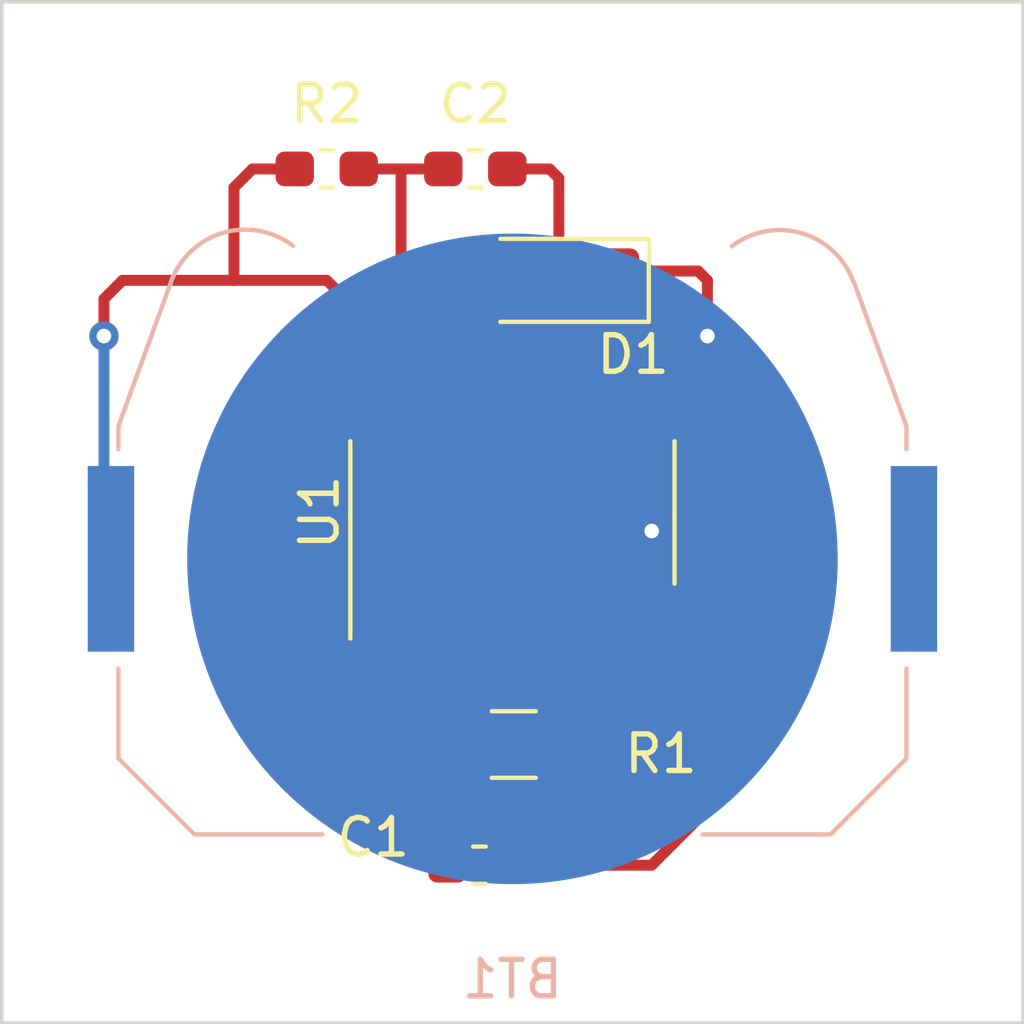
<source format=kicad_pcb>
(kicad_pcb (version 20171130) (host pcbnew 5.0.2-bee76a0~70~ubuntu18.04.1)

  (general
    (thickness 1.6)
    (drawings 4)
    (tracks 69)
    (zones 0)
    (modules 7)
    (nets 9)
  )

  (page A4)
  (layers
    (0 F.Cu signal)
    (31 B.Cu signal)
    (32 B.Adhes user hide)
    (33 F.Adhes user)
    (34 B.Paste user hide)
    (35 F.Paste user)
    (36 B.SilkS user)
    (37 F.SilkS user)
    (38 B.Mask user hide)
    (39 F.Mask user)
    (40 Dwgs.User user)
    (41 Cmts.User user)
    (42 Eco1.User user)
    (43 Eco2.User user)
    (44 Edge.Cuts user)
    (45 Margin user)
    (46 B.CrtYd user)
    (47 F.CrtYd user)
    (48 B.Fab user)
    (49 F.Fab user)
  )

  (setup
    (last_trace_width 0.3)
    (trace_clearance 0.2)
    (zone_clearance 0.508)
    (zone_45_only no)
    (trace_min 0.2)
    (segment_width 0.2)
    (edge_width 0.1)
    (via_size 0.8)
    (via_drill 0.4)
    (via_min_size 0.4)
    (via_min_drill 0.3)
    (uvia_size 0.3)
    (uvia_drill 0.1)
    (uvias_allowed no)
    (uvia_min_size 0.2)
    (uvia_min_drill 0.1)
    (pcb_text_width 0.3)
    (pcb_text_size 1.5 1.5)
    (mod_edge_width 0.15)
    (mod_text_size 1 1)
    (mod_text_width 0.15)
    (pad_size 5 5)
    (pad_drill 5)
    (pad_to_mask_clearance 0)
    (solder_mask_min_width 0.25)
    (aux_axis_origin 0 0)
    (visible_elements FFFFFF7F)
    (pcbplotparams
      (layerselection 0x010f0_ffffffff)
      (usegerberextensions true)
      (usegerberattributes false)
      (usegerberadvancedattributes false)
      (creategerberjobfile false)
      (excludeedgelayer true)
      (linewidth 0.100000)
      (plotframeref false)
      (viasonmask false)
      (mode 1)
      (useauxorigin false)
      (hpglpennumber 1)
      (hpglpenspeed 20)
      (hpglpendiameter 15.000000)
      (psnegative false)
      (psa4output false)
      (plotreference true)
      (plotvalue true)
      (plotinvisibletext false)
      (padsonsilk false)
      (subtractmaskfromsilk false)
      (outputformat 1)
      (mirror false)
      (drillshape 0)
      (scaleselection 1)
      (outputdirectory "gerbers/"))
  )

  (net 0 "")
  (net 1 "Net-(BT1-Pad1)")
  (net 2 "Net-(BT1-Pad2)")
  (net 3 "Net-(C1-Pad1)")
  (net 4 "Net-(C1-Pad2)")
  (net 5 "Net-(C2-Pad2)")
  (net 6 "Net-(C2-Pad1)")
  (net 7 "Net-(D1-Pad2)")
  (net 8 "Net-(R1-Pad2)")

  (net_class Default "This is the default net class."
    (clearance 0.2)
    (trace_width 0.3)
    (via_dia 0.8)
    (via_drill 0.4)
    (uvia_dia 0.3)
    (uvia_drill 0.1)
  )

  (net_class me ""
    (clearance 0.2)
    (trace_width 0.3)
    (via_dia 0.8)
    (via_drill 0.4)
    (uvia_dia 0.3)
    (uvia_drill 0.1)
    (add_net "Net-(BT1-Pad1)")
    (add_net "Net-(BT1-Pad2)")
    (add_net "Net-(C1-Pad1)")
    (add_net "Net-(C1-Pad2)")
    (add_net "Net-(C2-Pad1)")
    (add_net "Net-(C2-Pad2)")
    (add_net "Net-(D1-Pad2)")
    (add_net "Net-(R1-Pad2)")
  )

  (module Battery:BatteryHolder_Keystone_3034_1x20mm (layer B.Cu) (tedit 5D9CBF18) (tstamp 5F2E2FE4)
    (at 161.29 93.98)
    (descr "Keystone 3034 SMD battery holder for 2020, 2025 and 2032 coincell batteries. http://www.keyelco.com/product-pdf.cfm?p=798")
    (tags "Keystone type 3034 coin cell retainer")
    (path /5F20748B)
    (attr smd)
    (fp_text reference BT1 (at 0 11.5) (layer B.SilkS)
      (effects (font (size 1 1) (thickness 0.15)) (justify mirror))
    )
    (fp_text value Battery (at 0 -11.5) (layer B.Fab)
      (effects (font (size 1 1) (thickness 0.15)) (justify mirror))
    )
    (fp_line (start 8.7 7.54) (end 5.2 7.54) (layer B.SilkS) (width 0.12))
    (fp_line (start 11.87 -2.79) (end 11.87 2.79) (layer B.CrtYd) (width 0.05))
    (fp_line (start 10.88 -2.79) (end 11.87 -2.79) (layer B.CrtYd) (width 0.05))
    (fp_line (start 10.88 -3.64) (end 10.88 -2.79) (layer B.CrtYd) (width 0.05))
    (fp_line (start 9.43 -7.63) (end 10.88 -3.64) (layer B.CrtYd) (width 0.05))
    (fp_arc (start 7.31 -6.85) (end 5.96 -8.64) (angle 106.9) (layer B.CrtYd) (width 0.05))
    (fp_arc (start 0 0) (end -5.96 -8.64) (angle 69.1) (layer B.CrtYd) (width 0.05))
    (fp_arc (start -7.31 -6.85) (end -9.43 -7.62) (angle 106.9) (layer B.CrtYd) (width 0.05))
    (fp_line (start -10.88 -3.64) (end -9.44 -7.62) (layer B.CrtYd) (width 0.05))
    (fp_line (start -10.88 -2.79) (end -10.88 -3.64) (layer B.CrtYd) (width 0.05))
    (fp_line (start -11.87 -2.79) (end -10.88 -2.79) (layer B.CrtYd) (width 0.05))
    (fp_line (start -11.87 2.79) (end -11.87 -2.79) (layer B.CrtYd) (width 0.05))
    (fp_line (start -10.88 2.79) (end -11.87 2.79) (layer B.CrtYd) (width 0.05))
    (fp_line (start -10.88 5.5) (end -10.88 2.79) (layer B.CrtYd) (width 0.05))
    (fp_line (start -8.74 7.64) (end -10.88 5.5) (layer B.CrtYd) (width 0.05))
    (fp_line (start -7.2 7.64) (end -8.74 7.64) (layer B.CrtYd) (width 0.05))
    (fp_arc (start 0 0) (end 7.2 7.64) (angle 86.6) (layer B.CrtYd) (width 0.05))
    (fp_line (start 8.74 7.64) (end 7.2 7.64) (layer B.CrtYd) (width 0.05))
    (fp_line (start 10.88 5.5) (end 8.74 7.64) (layer B.CrtYd) (width 0.05))
    (fp_line (start 10.88 2.79) (end 10.88 5.5) (layer B.CrtYd) (width 0.05))
    (fp_line (start 11.87 2.79) (end 10.88 2.79) (layer B.CrtYd) (width 0.05))
    (fp_arc (start -7.31 -6.85) (end -9.19 -7.53) (angle 107.5) (layer B.Fab) (width 0.1))
    (fp_arc (start 0 -16.36) (end 6.1 -8.43) (angle 75.1) (layer B.Fab) (width 0.1))
    (fp_arc (start 7.31 -6.85) (end 6.1 -8.43) (angle 107.5) (layer B.Fab) (width 0.1))
    (fp_line (start 10.63 -3.6) (end 9.19 -7.53) (layer B.Fab) (width 0.1))
    (fp_line (start 10.63 5.4) (end 10.63 -3.6) (layer B.Fab) (width 0.1))
    (fp_line (start 8.64 7.39) (end 10.63 5.4) (layer B.Fab) (width 0.1))
    (fp_line (start -8.64 7.39) (end 8.64 7.39) (layer B.Fab) (width 0.1))
    (fp_line (start -10.63 5.4) (end -8.64 7.39) (layer B.Fab) (width 0.1))
    (fp_line (start -10.63 -3.6) (end -10.63 5.4) (layer B.Fab) (width 0.1))
    (fp_line (start -9.19 -7.53) (end -10.63 -3.6) (layer B.Fab) (width 0.1))
    (fp_line (start 10.78 -3) (end 10.78 -3.63) (layer B.SilkS) (width 0.12))
    (fp_line (start 10.78 5.46) (end 10.78 3) (layer B.SilkS) (width 0.12))
    (fp_line (start -10.78 -3) (end -10.78 -3.63) (layer B.SilkS) (width 0.12))
    (fp_line (start -10.78 5.46) (end -10.78 3) (layer B.SilkS) (width 0.12))
    (fp_arc (start 7.31 -6.85) (end 6 -8.55) (angle 107.5) (layer B.SilkS) (width 0.12))
    (fp_line (start 10.78 -3.63) (end 9.34 -7.58) (layer B.SilkS) (width 0.12))
    (fp_line (start 8.7 7.54) (end 10.78 5.46) (layer B.SilkS) (width 0.12))
    (fp_line (start -5.2 7.54) (end -8.7 7.54) (layer B.SilkS) (width 0.12))
    (fp_line (start -8.7 7.54) (end -10.78 5.46) (layer B.SilkS) (width 0.12))
    (fp_line (start -10.78 -3.63) (end -9.34 -7.58) (layer B.SilkS) (width 0.12))
    (fp_arc (start -7.31 -6.85) (end -9.34 -7.58) (angle 107.5) (layer B.SilkS) (width 0.12))
    (fp_circle (center 0 0) (end 0 -10.25) (layer Dwgs.User) (width 0.15))
    (fp_text user %R (at 0 2.9) (layer B.Fab)
      (effects (font (size 1 1) (thickness 0.15)) (justify mirror))
    )
    (pad 1 smd rect (at -10.985 0) (size 1.27 5.08) (layers B.Cu B.Paste B.Mask)
      (net 1 "Net-(BT1-Pad1)"))
    (pad 1 smd rect (at 10.985 0) (size 1.27 5.08) (layers B.Cu B.Paste B.Mask)
      (net 1 "Net-(BT1-Pad1)"))
    (pad 2 smd circle (at 0 0) (size 17.8 17.8) (layers B.Cu B.Mask)
      (net 2 "Net-(BT1-Pad2)"))
    (model ${KISYS3DMOD}/Battery.3dshapes/BatteryHolder_Keystone_3034_1x20mm.wrl
      (at (xyz 0 0 0))
      (scale (xyz 1 1 1))
      (rotate (xyz 0 0 0))
    )
  )

  (module LED_SMD:LED_1206_3216Metric_Pad1.42x1.75mm_HandSolder (layer F.Cu) (tedit 5B4B45C9) (tstamp 5F2E301C)
    (at 162.56 86.36 180)
    (descr "LED SMD 1206 (3216 Metric), square (rectangular) end terminal, IPC_7351 nominal, (Body size source: http://www.tortai-tech.com/upload/download/2011102023233369053.pdf), generated with kicad-footprint-generator")
    (tags "LED handsolder")
    (path /5F20739C)
    (attr smd)
    (fp_text reference D1 (at -2.032 -2.032 180) (layer F.SilkS)
      (effects (font (size 1 1) (thickness 0.15)))
    )
    (fp_text value LED (at -7.62 0 180) (layer F.Fab)
      (effects (font (size 1 1) (thickness 0.15)))
    )
    (fp_text user %R (at 0 0 180) (layer F.Fab)
      (effects (font (size 0.8 0.8) (thickness 0.12)))
    )
    (fp_line (start 2.45 1.12) (end -2.45 1.12) (layer F.CrtYd) (width 0.05))
    (fp_line (start 2.45 -1.12) (end 2.45 1.12) (layer F.CrtYd) (width 0.05))
    (fp_line (start -2.45 -1.12) (end 2.45 -1.12) (layer F.CrtYd) (width 0.05))
    (fp_line (start -2.45 1.12) (end -2.45 -1.12) (layer F.CrtYd) (width 0.05))
    (fp_line (start -2.46 1.135) (end 1.6 1.135) (layer F.SilkS) (width 0.12))
    (fp_line (start -2.46 -1.135) (end -2.46 1.135) (layer F.SilkS) (width 0.12))
    (fp_line (start 1.6 -1.135) (end -2.46 -1.135) (layer F.SilkS) (width 0.12))
    (fp_line (start 1.6 0.8) (end 1.6 -0.8) (layer F.Fab) (width 0.1))
    (fp_line (start -1.6 0.8) (end 1.6 0.8) (layer F.Fab) (width 0.1))
    (fp_line (start -1.6 -0.4) (end -1.6 0.8) (layer F.Fab) (width 0.1))
    (fp_line (start -1.2 -0.8) (end -1.6 -0.4) (layer F.Fab) (width 0.1))
    (fp_line (start 1.6 -0.8) (end -1.2 -0.8) (layer F.Fab) (width 0.1))
    (pad 2 smd roundrect (at 1.4875 0 180) (size 1.425 1.75) (layers F.Cu F.Paste F.Mask) (roundrect_rratio 0.175439)
      (net 7 "Net-(D1-Pad2)"))
    (pad 1 smd roundrect (at -1.4875 0 180) (size 1.425 1.75) (layers F.Cu F.Paste F.Mask) (roundrect_rratio 0.175439)
      (net 2 "Net-(BT1-Pad2)"))
    (model ${KISYS3DMOD}/LED_SMD.3dshapes/LED_1206_3216Metric.wrl
      (at (xyz 0 0 0))
      (scale (xyz 1 1 1))
      (rotate (xyz 0 0 0))
    )
  )

  (module Resistor_SMD:R_1206_3216Metric_Pad1.42x1.75mm_HandSolder (layer F.Cu) (tedit 5B301BBD) (tstamp 5F2E302D)
    (at 161.3265 99.06)
    (descr "Resistor SMD 1206 (3216 Metric), square (rectangular) end terminal, IPC_7351 nominal with elongated pad for handsoldering. (Body size source: http://www.tortai-tech.com/upload/download/2011102023233369053.pdf), generated with kicad-footprint-generator")
    (tags "resistor handsolder")
    (path /5F207208)
    (attr smd)
    (fp_text reference R1 (at 4.0275 0.254) (layer F.SilkS)
      (effects (font (size 1 1) (thickness 0.15)))
    )
    (fp_text value 4.4m (at -5.1165 0) (layer F.Fab)
      (effects (font (size 1 1) (thickness 0.15)))
    )
    (fp_text user %R (at 0 0) (layer F.Fab)
      (effects (font (size 0.8 0.8) (thickness 0.12)))
    )
    (fp_line (start 2.45 1.12) (end -2.45 1.12) (layer F.CrtYd) (width 0.05))
    (fp_line (start 2.45 -1.12) (end 2.45 1.12) (layer F.CrtYd) (width 0.05))
    (fp_line (start -2.45 -1.12) (end 2.45 -1.12) (layer F.CrtYd) (width 0.05))
    (fp_line (start -2.45 1.12) (end -2.45 -1.12) (layer F.CrtYd) (width 0.05))
    (fp_line (start -0.602064 0.91) (end 0.602064 0.91) (layer F.SilkS) (width 0.12))
    (fp_line (start -0.602064 -0.91) (end 0.602064 -0.91) (layer F.SilkS) (width 0.12))
    (fp_line (start 1.6 0.8) (end -1.6 0.8) (layer F.Fab) (width 0.1))
    (fp_line (start 1.6 -0.8) (end 1.6 0.8) (layer F.Fab) (width 0.1))
    (fp_line (start -1.6 -0.8) (end 1.6 -0.8) (layer F.Fab) (width 0.1))
    (fp_line (start -1.6 0.8) (end -1.6 -0.8) (layer F.Fab) (width 0.1))
    (pad 2 smd roundrect (at 1.4875 0) (size 1.425 1.75) (layers F.Cu F.Paste F.Mask) (roundrect_rratio 0.175439)
      (net 8 "Net-(R1-Pad2)"))
    (pad 1 smd roundrect (at -1.4875 0) (size 1.425 1.75) (layers F.Cu F.Paste F.Mask) (roundrect_rratio 0.175439)
      (net 4 "Net-(C1-Pad2)"))
    (model ${KISYS3DMOD}/Resistor_SMD.3dshapes/R_1206_3216Metric.wrl
      (at (xyz 0 0 0))
      (scale (xyz 1 1 1))
      (rotate (xyz 0 0 0))
    )
  )

  (module Capacitor_SMD:C_0603_1608Metric_Pad1.05x0.95mm_HandSolder (layer F.Cu) (tedit 5B301BBE) (tstamp 5F2E3D4A)
    (at 160.387 102.362 180)
    (descr "Capacitor SMD 0603 (1608 Metric), square (rectangular) end terminal, IPC_7351 nominal with elongated pad for handsoldering. (Body size source: http://www.tortai-tech.com/upload/download/2011102023233369053.pdf), generated with kicad-footprint-generator")
    (tags "capacitor handsolder")
    (path /5F206FFB)
    (attr smd)
    (fp_text reference C1 (at 2.907 0.762 180) (layer F.SilkS)
      (effects (font (size 1 1) (thickness 0.15)))
    )
    (fp_text value 0.2uF (at -0.141 -3.048 180) (layer F.Fab)
      (effects (font (size 1 1) (thickness 0.15)))
    )
    (fp_line (start -0.8 0.4) (end -0.8 -0.4) (layer F.Fab) (width 0.1))
    (fp_line (start -0.8 -0.4) (end 0.8 -0.4) (layer F.Fab) (width 0.1))
    (fp_line (start 0.8 -0.4) (end 0.8 0.4) (layer F.Fab) (width 0.1))
    (fp_line (start 0.8 0.4) (end -0.8 0.4) (layer F.Fab) (width 0.1))
    (fp_line (start -0.171267 -0.51) (end 0.171267 -0.51) (layer F.SilkS) (width 0.12))
    (fp_line (start -0.171267 0.51) (end 0.171267 0.51) (layer F.SilkS) (width 0.12))
    (fp_line (start -1.65 0.73) (end -1.65 -0.73) (layer F.CrtYd) (width 0.05))
    (fp_line (start -1.65 -0.73) (end 1.65 -0.73) (layer F.CrtYd) (width 0.05))
    (fp_line (start 1.65 -0.73) (end 1.65 0.73) (layer F.CrtYd) (width 0.05))
    (fp_line (start 1.65 0.73) (end -1.65 0.73) (layer F.CrtYd) (width 0.05))
    (fp_text user %R (at 0 0 180) (layer F.Fab)
      (effects (font (size 0.4 0.4) (thickness 0.06)))
    )
    (pad 1 smd roundrect (at -0.875 0 180) (size 1.05 0.95) (layers F.Cu F.Paste F.Mask) (roundrect_rratio 0.25)
      (net 3 "Net-(C1-Pad1)"))
    (pad 2 smd roundrect (at 0.875 0 180) (size 1.05 0.95) (layers F.Cu F.Paste F.Mask) (roundrect_rratio 0.25)
      (net 4 "Net-(C1-Pad2)"))
    (model ${KISYS3DMOD}/Capacitor_SMD.3dshapes/C_0603_1608Metric.wrl
      (at (xyz 0 0 0))
      (scale (xyz 1 1 1))
      (rotate (xyz 0 0 0))
    )
  )

  (module Capacitor_SMD:C_0603_1608Metric_Pad1.05x0.95mm_HandSolder (layer F.Cu) (tedit 5B301BBE) (tstamp 5F2187D2)
    (at 160.274 83.312 180)
    (descr "Capacitor SMD 0603 (1608 Metric), square (rectangular) end terminal, IPC_7351 nominal with elongated pad for handsoldering. (Body size source: http://www.tortai-tech.com/upload/download/2011102023233369053.pdf), generated with kicad-footprint-generator")
    (tags "capacitor handsolder")
    (path /5F2070BF)
    (attr smd)
    (fp_text reference C2 (at 0 1.778 180) (layer F.SilkS)
      (effects (font (size 1 1) (thickness 0.15)))
    )
    (fp_text value 0.01uF (at -5.842 0 180) (layer F.Fab)
      (effects (font (size 1 1) (thickness 0.15)))
    )
    (fp_text user %R (at 0 0 180) (layer F.Fab)
      (effects (font (size 0.4 0.4) (thickness 0.06)))
    )
    (fp_line (start 1.65 0.73) (end -1.65 0.73) (layer F.CrtYd) (width 0.05))
    (fp_line (start 1.65 -0.73) (end 1.65 0.73) (layer F.CrtYd) (width 0.05))
    (fp_line (start -1.65 -0.73) (end 1.65 -0.73) (layer F.CrtYd) (width 0.05))
    (fp_line (start -1.65 0.73) (end -1.65 -0.73) (layer F.CrtYd) (width 0.05))
    (fp_line (start -0.171267 0.51) (end 0.171267 0.51) (layer F.SilkS) (width 0.12))
    (fp_line (start -0.171267 -0.51) (end 0.171267 -0.51) (layer F.SilkS) (width 0.12))
    (fp_line (start 0.8 0.4) (end -0.8 0.4) (layer F.Fab) (width 0.1))
    (fp_line (start 0.8 -0.4) (end 0.8 0.4) (layer F.Fab) (width 0.1))
    (fp_line (start -0.8 -0.4) (end 0.8 -0.4) (layer F.Fab) (width 0.1))
    (fp_line (start -0.8 0.4) (end -0.8 -0.4) (layer F.Fab) (width 0.1))
    (pad 2 smd roundrect (at 0.875 0 180) (size 1.05 0.95) (layers F.Cu F.Paste F.Mask) (roundrect_rratio 0.25)
      (net 5 "Net-(C2-Pad2)"))
    (pad 1 smd roundrect (at -0.875 0 180) (size 1.05 0.95) (layers F.Cu F.Paste F.Mask) (roundrect_rratio 0.25)
      (net 6 "Net-(C2-Pad1)"))
    (model ${KISYS3DMOD}/Capacitor_SMD.3dshapes/C_0603_1608Metric.wrl
      (at (xyz 0 0 0))
      (scale (xyz 1 1 1))
      (rotate (xyz 0 0 0))
    )
  )

  (module Resistor_SMD:R_0603_1608Metric_Pad1.05x0.95mm_HandSolder (layer F.Cu) (tedit 5B301BBD) (tstamp 5F2E4FB3)
    (at 156.21 83.312 180)
    (descr "Resistor SMD 0603 (1608 Metric), square (rectangular) end terminal, IPC_7351 nominal with elongated pad for handsoldering. (Body size source: http://www.tortai-tech.com/upload/download/2011102023233369053.pdf), generated with kicad-footprint-generator")
    (tags "resistor handsolder")
    (path /5F2072BA)
    (attr smd)
    (fp_text reference R2 (at 0 1.778 180) (layer F.SilkS)
      (effects (font (size 1 1) (thickness 0.15)))
    )
    (fp_text value 2.2m (at 4.826 0 180) (layer F.Fab)
      (effects (font (size 1 1) (thickness 0.15)))
    )
    (fp_text user %R (at 0 0 180) (layer F.Fab)
      (effects (font (size 0.4 0.4) (thickness 0.06)))
    )
    (fp_line (start 1.65 0.73) (end -1.65 0.73) (layer F.CrtYd) (width 0.05))
    (fp_line (start 1.65 -0.73) (end 1.65 0.73) (layer F.CrtYd) (width 0.05))
    (fp_line (start -1.65 -0.73) (end 1.65 -0.73) (layer F.CrtYd) (width 0.05))
    (fp_line (start -1.65 0.73) (end -1.65 -0.73) (layer F.CrtYd) (width 0.05))
    (fp_line (start -0.171267 0.51) (end 0.171267 0.51) (layer F.SilkS) (width 0.12))
    (fp_line (start -0.171267 -0.51) (end 0.171267 -0.51) (layer F.SilkS) (width 0.12))
    (fp_line (start 0.8 0.4) (end -0.8 0.4) (layer F.Fab) (width 0.1))
    (fp_line (start 0.8 -0.4) (end 0.8 0.4) (layer F.Fab) (width 0.1))
    (fp_line (start -0.8 -0.4) (end 0.8 -0.4) (layer F.Fab) (width 0.1))
    (fp_line (start -0.8 0.4) (end -0.8 -0.4) (layer F.Fab) (width 0.1))
    (pad 2 smd roundrect (at 0.875 0 180) (size 1.05 0.95) (layers F.Cu F.Paste F.Mask) (roundrect_rratio 0.25)
      (net 1 "Net-(BT1-Pad1)"))
    (pad 1 smd roundrect (at -0.875 0 180) (size 1.05 0.95) (layers F.Cu F.Paste F.Mask) (roundrect_rratio 0.25)
      (net 5 "Net-(C2-Pad2)"))
    (model ${KISYS3DMOD}/Resistor_SMD.3dshapes/R_0603_1608Metric.wrl
      (at (xyz 0 0 0))
      (scale (xyz 1 1 1))
      (rotate (xyz 0 0 0))
    )
  )

  (module Package_SO:SOIC-14_3.9x8.7mm_P1.27mm (layer F.Cu) (tedit 5D9F72B1) (tstamp 5F2E305E)
    (at 161.29 92.71 90)
    (descr "SOIC, 14 Pin (JEDEC MS-012AB, https://www.analog.com/media/en/package-pcb-resources/package/pkg_pdf/soic_narrow-r/r_14.pdf), generated with kicad-footprint-generator ipc_gullwing_generator.py")
    (tags "SOIC SO")
    (path /5F206C8A)
    (attr smd)
    (fp_text reference U1 (at 0 -5.28 90) (layer F.SilkS)
      (effects (font (size 1 1) (thickness 0.15)))
    )
    (fp_text value 4001 (at 0 5.28 90) (layer F.Fab)
      (effects (font (size 1 1) (thickness 0.15)))
    )
    (fp_line (start 0 4.435) (end 1.95 4.435) (layer F.SilkS) (width 0.12))
    (fp_line (start 0 4.435) (end -1.95 4.435) (layer F.SilkS) (width 0.12))
    (fp_line (start 0 -4.435) (end 1.95 -4.435) (layer F.SilkS) (width 0.12))
    (fp_line (start 0 -4.435) (end -3.45 -4.435) (layer F.SilkS) (width 0.12))
    (fp_line (start -0.975 -4.325) (end 1.95 -4.325) (layer F.Fab) (width 0.1))
    (fp_line (start 1.95 -4.325) (end 1.95 4.325) (layer F.Fab) (width 0.1))
    (fp_line (start 1.95 4.325) (end -1.95 4.325) (layer F.Fab) (width 0.1))
    (fp_line (start -1.95 4.325) (end -1.95 -3.35) (layer F.Fab) (width 0.1))
    (fp_line (start -1.95 -3.35) (end -0.975 -4.325) (layer F.Fab) (width 0.1))
    (fp_line (start -3.7 -4.58) (end -3.7 4.58) (layer F.CrtYd) (width 0.05))
    (fp_line (start -3.7 4.58) (end 3.7 4.58) (layer F.CrtYd) (width 0.05))
    (fp_line (start 3.7 4.58) (end 3.7 -4.58) (layer F.CrtYd) (width 0.05))
    (fp_line (start 3.7 -4.58) (end -3.7 -4.58) (layer F.CrtYd) (width 0.05))
    (fp_text user %R (at 0 0 90) (layer F.Fab)
      (effects (font (size 0.98 0.98) (thickness 0.15)))
    )
    (pad 1 smd roundrect (at -2.475 -3.81 90) (size 1.95 0.6) (layers F.Cu F.Paste F.Mask) (roundrect_rratio 0.25)
      (net 4 "Net-(C1-Pad2)"))
    (pad 2 smd roundrect (at -2.475 -2.54 90) (size 1.95 0.6) (layers F.Cu F.Paste F.Mask) (roundrect_rratio 0.25)
      (net 4 "Net-(C1-Pad2)"))
    (pad 3 smd roundrect (at -2.475 -1.27 90) (size 1.95 0.6) (layers F.Cu F.Paste F.Mask) (roundrect_rratio 0.25)
      (net 8 "Net-(R1-Pad2)"))
    (pad 4 smd roundrect (at -2.475 0 90) (size 1.95 0.6) (layers F.Cu F.Paste F.Mask) (roundrect_rratio 0.25)
      (net 3 "Net-(C1-Pad1)"))
    (pad 5 smd roundrect (at -2.475 1.27 90) (size 1.95 0.6) (layers F.Cu F.Paste F.Mask) (roundrect_rratio 0.25)
      (net 8 "Net-(R1-Pad2)"))
    (pad 6 smd roundrect (at -2.475 2.54 90) (size 1.95 0.6) (layers F.Cu F.Paste F.Mask) (roundrect_rratio 0.25)
      (net 8 "Net-(R1-Pad2)"))
    (pad 7 smd roundrect (at -2.475 3.81 90) (size 1.95 0.6) (layers F.Cu F.Paste F.Mask) (roundrect_rratio 0.25)
      (net 2 "Net-(BT1-Pad2)"))
    (pad 8 smd roundrect (at 2.475 3.81 90) (size 1.95 0.6) (layers F.Cu F.Paste F.Mask) (roundrect_rratio 0.25)
      (net 3 "Net-(C1-Pad1)"))
    (pad 9 smd roundrect (at 2.475 2.54 90) (size 1.95 0.6) (layers F.Cu F.Paste F.Mask) (roundrect_rratio 0.25)
      (net 7 "Net-(D1-Pad2)"))
    (pad 10 smd roundrect (at 2.475 1.27 90) (size 1.95 0.6) (layers F.Cu F.Paste F.Mask) (roundrect_rratio 0.25)
      (net 6 "Net-(C2-Pad1)"))
    (pad 11 smd roundrect (at 2.475 0 90) (size 1.95 0.6) (layers F.Cu F.Paste F.Mask) (roundrect_rratio 0.25)
      (net 7 "Net-(D1-Pad2)"))
    (pad 12 smd roundrect (at 2.475 -1.27 90) (size 1.95 0.6) (layers F.Cu F.Paste F.Mask) (roundrect_rratio 0.25)
      (net 5 "Net-(C2-Pad2)"))
    (pad 13 smd roundrect (at 2.475 -2.54 90) (size 1.95 0.6) (layers F.Cu F.Paste F.Mask) (roundrect_rratio 0.25)
      (net 5 "Net-(C2-Pad2)"))
    (pad 14 smd roundrect (at 2.475 -3.81 90) (size 1.95 0.6) (layers F.Cu F.Paste F.Mask) (roundrect_rratio 0.25)
      (net 1 "Net-(BT1-Pad1)"))
    (model ${KISYS3DMOD}/Package_SO.3dshapes/SOIC-14_3.9x8.7mm_P1.27mm.wrl
      (at (xyz 0 0 0))
      (scale (xyz 1 1 1))
      (rotate (xyz 0 0 0))
    )
  )

  (gr_line (start 175.26 106.68) (end 147.32 106.68) (layer Edge.Cuts) (width 0.1))
  (gr_line (start 175.26 78.74) (end 175.26 106.68) (layer Edge.Cuts) (width 0.1))
  (gr_line (start 147.32 78.74) (end 175.26 78.74) (layer Edge.Cuts) (width 0.1))
  (gr_line (start 147.32 106.68) (end 147.32 78.74) (layer Edge.Cuts) (width 0.1))

  (segment (start 157.48 90.235) (end 157.48 87.63) (width 0.3) (layer F.Cu) (net 1))
  (segment (start 157.48 87.63) (end 156.21 86.36) (width 0.3) (layer F.Cu) (net 1))
  (via (at 150.114 87.884) (size 0.8) (drill 0.4) (layers F.Cu B.Cu) (net 1))
  (segment (start 155.335 83.312) (end 154.178 83.312) (width 0.3) (layer F.Cu) (net 1))
  (segment (start 154.178 83.312) (end 153.67 83.82) (width 0.3) (layer F.Cu) (net 1))
  (segment (start 153.67 83.82) (end 153.67 86.36) (width 0.3) (layer F.Cu) (net 1))
  (segment (start 156.21 86.36) (end 153.67 86.36) (width 0.3) (layer F.Cu) (net 1))
  (segment (start 150.114 86.868) (end 150.114 87.884) (width 0.3) (layer F.Cu) (net 1))
  (segment (start 153.67 86.36) (end 150.622 86.36) (width 0.3) (layer F.Cu) (net 1))
  (segment (start 150.622 86.36) (end 150.114 86.868) (width 0.3) (layer F.Cu) (net 1))
  (segment (start 150.114 93.789) (end 150.305 93.98) (width 0.3) (layer B.Cu) (net 1))
  (segment (start 150.114 87.884) (end 150.114 93.789) (width 0.3) (layer B.Cu) (net 1))
  (segment (start 165.1 95.185) (end 165.1 93.218) (width 0.3) (layer F.Cu) (net 2))
  (via (at 165.1 93.218) (size 0.8) (drill 0.4) (layers F.Cu B.Cu) (net 2))
  (segment (start 164.338 93.98) (end 165.1 93.218) (width 0.3) (layer B.Cu) (net 2))
  (segment (start 161.29 93.98) (end 164.338 93.98) (width 0.3) (layer B.Cu) (net 2))
  (segment (start 166.624 86.36) (end 166.624 87.884) (width 0.3) (layer F.Cu) (net 2))
  (via (at 166.624 87.884) (size 0.8) (drill 0.4) (layers F.Cu B.Cu) (net 2))
  (segment (start 166.37 86.106) (end 166.624 86.36) (width 0.3) (layer F.Cu) (net 2))
  (segment (start 166.116 86.106) (end 166.37 86.106) (width 0.3) (layer F.Cu) (net 2))
  (segment (start 166.116 86.106) (end 166.365 86.106) (width 0.3) (layer F.Cu) (net 2))
  (segment (start 165.354 86.106) (end 166.116 86.106) (width 0.3) (layer F.Cu) (net 2))
  (segment (start 165.354 86.106) (end 164.846 86.106) (width 0.3) (layer F.Cu) (net 2))
  (segment (start 164.2925 86.106) (end 164.846 86.106) (width 0.3) (layer F.Cu) (net 2))
  (segment (start 164.846 86.106) (end 165.105 86.106) (width 0.3) (layer F.Cu) (net 2))
  (segment (start 161.29 102.334) (end 161.262 102.362) (width 0.3) (layer F.Cu) (net 3))
  (segment (start 161.29 95.185) (end 161.29 102.334) (width 0.3) (layer F.Cu) (net 3))
  (segment (start 165.5 90.235) (end 165.689 90.424) (width 0.3) (layer F.Cu) (net 3))
  (segment (start 165.1 90.235) (end 165.5 90.235) (width 0.3) (layer F.Cu) (net 3))
  (segment (start 165.689 90.424) (end 166.624 90.424) (width 0.3) (layer F.Cu) (net 3))
  (segment (start 166.624 90.424) (end 168.148 91.948) (width 0.3) (layer F.Cu) (net 3))
  (segment (start 168.148 91.948) (end 168.148 99.314) (width 0.3) (layer F.Cu) (net 3))
  (segment (start 165.1 102.362) (end 161.262 102.362) (width 0.3) (layer F.Cu) (net 3))
  (segment (start 168.148 99.314) (end 165.1 102.362) (width 0.3) (layer F.Cu) (net 3))
  (segment (start 157.48 95.185) (end 158.75 95.185) (width 0.3) (layer F.Cu) (net 4))
  (segment (start 158.75 95.185) (end 158.75 99.06) (width 0.3) (layer F.Cu) (net 4))
  (segment (start 158.75 99.06) (end 159.839 99.06) (width 0.3) (layer F.Cu) (net 4))
  (segment (start 159.839 100.035) (end 159.766 100.108) (width 0.3) (layer F.Cu) (net 4))
  (segment (start 159.839 99.06) (end 159.839 100.035) (width 0.3) (layer F.Cu) (net 4))
  (segment (start 159.766 100.108) (end 159.766 100.838) (width 0.3) (layer F.Cu) (net 4))
  (segment (start 159.512 101.092) (end 159.512 102.362) (width 0.3) (layer F.Cu) (net 4))
  (segment (start 159.766 100.838) (end 159.512 101.092) (width 0.3) (layer F.Cu) (net 4))
  (segment (start 160.02 90.235) (end 158.75 90.235) (width 0.3) (layer F.Cu) (net 5))
  (segment (start 158.242 83.312) (end 157.085 83.312) (width 0.3) (layer F.Cu) (net 5))
  (segment (start 159.399 83.312) (end 158.242 83.312) (width 0.3) (layer F.Cu) (net 5))
  (segment (start 158.75 87.376) (end 158.75 90.235) (width 0.3) (layer F.Cu) (net 5))
  (segment (start 158.242 83.312) (end 158.242 86.868) (width 0.3) (layer F.Cu) (net 5))
  (segment (start 158.242 86.868) (end 158.75 87.376) (width 0.3) (layer F.Cu) (net 5))
  (segment (start 162.56 89.16) (end 162.56 90.235) (width 0.3) (layer F.Cu) (net 6))
  (segment (start 162.306 83.312) (end 161.149 83.312) (width 0.3) (layer F.Cu) (net 6))
  (segment (start 162.56 90.235) (end 162.56 83.566) (width 0.3) (layer F.Cu) (net 6))
  (segment (start 162.56 83.566) (end 162.306 83.312) (width 0.3) (layer F.Cu) (net 6))
  (segment (start 163.83 90.235) (end 163.83 91.694) (width 0.3) (layer F.Cu) (net 7))
  (segment (start 163.83 91.694) (end 163.576 91.948) (width 0.3) (layer F.Cu) (net 7))
  (segment (start 163.576 91.948) (end 161.544 91.948) (width 0.3) (layer F.Cu) (net 7))
  (segment (start 161.544 91.948) (end 161.29 91.694) (width 0.3) (layer F.Cu) (net 7))
  (segment (start 161.29 91.694) (end 161.29 90.235) (width 0.3) (layer F.Cu) (net 7))
  (segment (start 161.0635 85.598) (end 161.0635 87.9115) (width 0.3) (layer F.Cu) (net 7))
  (segment (start 161.29 88.138) (end 161.29 90.235) (width 0.3) (layer F.Cu) (net 7))
  (segment (start 161.0635 87.9115) (end 161.29 88.138) (width 0.3) (layer F.Cu) (net 7))
  (segment (start 162.56 95.185) (end 163.83 95.185) (width 0.3) (layer F.Cu) (net 8))
  (segment (start 162.56 93.726) (end 162.56 95.185) (width 0.3) (layer F.Cu) (net 8))
  (segment (start 162.306 93.472) (end 162.56 93.726) (width 0.3) (layer F.Cu) (net 8))
  (segment (start 160.02 95.185) (end 160.02 93.726) (width 0.3) (layer F.Cu) (net 8))
  (segment (start 160.274 93.472) (end 162.306 93.472) (width 0.3) (layer F.Cu) (net 8))
  (segment (start 160.02 93.726) (end 160.274 93.472) (width 0.3) (layer F.Cu) (net 8))
  (segment (start 162.814 99.06) (end 162.814 97.79) (width 0.3) (layer F.Cu) (net 8))
  (segment (start 162.56 97.536) (end 162.56 95.185) (width 0.3) (layer F.Cu) (net 8))
  (segment (start 162.814 97.79) (end 162.56 97.536) (width 0.3) (layer F.Cu) (net 8))

)

</source>
